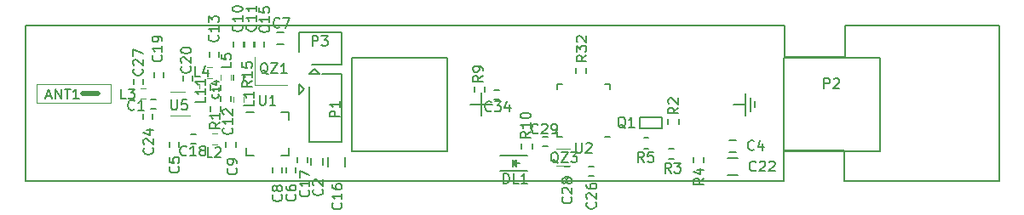
<source format=gbr>
G04 #@! TF.FileFunction,Legend,Top*
%FSLAX46Y46*%
G04 Gerber Fmt 4.6, Leading zero omitted, Abs format (unit mm)*
G04 Created by KiCad (PCBNEW 4.0.2+dfsg1-stable) date ven 28 dic 2018 11:34:51 CET*
%MOMM*%
G01*
G04 APERTURE LIST*
%ADD10C,0.100000*%
%ADD11C,0.200000*%
%ADD12C,0.150000*%
%ADD13C,0.120000*%
%ADD14C,0.500000*%
G04 APERTURE END LIST*
D10*
D11*
X173690280Y-115443000D02*
X98295460Y-115443000D01*
X195072000Y-115443000D02*
X179682660Y-115443000D01*
X179682660Y-112410240D02*
X179682660Y-115443000D01*
X173692820Y-112410240D02*
X179682660Y-112410240D01*
X173692820Y-112410240D02*
X173692820Y-115437920D01*
X173776640Y-99949000D02*
X98298000Y-99949000D01*
X195072000Y-99949000D02*
X179778660Y-99949000D01*
X179778660Y-99949000D02*
X179778660Y-103047800D01*
X173776640Y-103047800D02*
X179778660Y-103047800D01*
X173776640Y-99949000D02*
X173776640Y-103047800D01*
X98298000Y-115443000D02*
X98298000Y-99949000D01*
X195072000Y-99949000D02*
X195072000Y-115443000D01*
D12*
X125500000Y-102511240D02*
X125500000Y-100581240D01*
X125500000Y-100581240D02*
X129750000Y-100581240D01*
X129750000Y-100581240D02*
X129750000Y-103781240D01*
X129750000Y-103781240D02*
X126770000Y-103781240D01*
X127000000Y-104281240D02*
X127500000Y-104781240D01*
X127500000Y-104781240D02*
X126500000Y-104781240D01*
X126500000Y-104781240D02*
X127000000Y-104281240D01*
X111254580Y-107256560D02*
X110754580Y-107256560D01*
X110754580Y-108206560D02*
X111254580Y-108206560D01*
X113537500Y-112025240D02*
X113537500Y-111525240D01*
X112587500Y-111525240D02*
X112587500Y-112025240D01*
X125134640Y-114534360D02*
X125134640Y-114034360D01*
X124184640Y-114034360D02*
X124184640Y-114534360D01*
X123950440Y-101803760D02*
X123250440Y-101803760D01*
X123250440Y-100603760D02*
X123950440Y-100603760D01*
X123813640Y-114534360D02*
X123813640Y-114034360D01*
X122863640Y-114034360D02*
X122863640Y-114534360D01*
X119183400Y-112025240D02*
X119183400Y-111525240D01*
X118233400Y-111525240D02*
X118233400Y-112025240D01*
X119000680Y-101530340D02*
X119000680Y-102030340D01*
X119950680Y-102030340D02*
X119950680Y-101530340D01*
X120092680Y-101530340D02*
X120092680Y-102030340D01*
X121042680Y-102030340D02*
X121042680Y-101530340D01*
X118685560Y-107465940D02*
X118685560Y-106965940D01*
X117735560Y-106965940D02*
X117735560Y-107465940D01*
X116567160Y-102544980D02*
X116567160Y-103044980D01*
X117517160Y-103044980D02*
X117517160Y-102544980D01*
X117667020Y-106330560D02*
X117667020Y-105830560D01*
X116717020Y-105830560D02*
X116717020Y-106330560D01*
X121083680Y-101530340D02*
X121083680Y-102030340D01*
X122033680Y-102030340D02*
X122033680Y-101530340D01*
X130064880Y-114007520D02*
X130064880Y-113007520D01*
X128364880Y-113007520D02*
X128364880Y-114007520D01*
X126296440Y-113521300D02*
X126296440Y-113021300D01*
X125346440Y-113021300D02*
X125346440Y-113521300D01*
X115203100Y-110746520D02*
X114703100Y-110746520D01*
X114703100Y-111696520D02*
X115203100Y-111696520D01*
X111107200Y-104547860D02*
X111107200Y-105047860D01*
X112057200Y-105047860D02*
X112057200Y-104547860D01*
X114881680Y-105440200D02*
X114881680Y-104940200D01*
X113931680Y-104940200D02*
X113931680Y-105440200D01*
X169078000Y-113145000D02*
X168078000Y-113145000D01*
X168078000Y-114845000D02*
X169078000Y-114845000D01*
X110928400Y-109213460D02*
X110928400Y-108713460D01*
X109978400Y-108713460D02*
X109978400Y-109213460D01*
X154306220Y-114927600D02*
X154806220Y-114927600D01*
X154806220Y-113977600D02*
X154306220Y-113977600D01*
X109062500Y-105250080D02*
X109062500Y-105750080D01*
X110012500Y-105750080D02*
X110012500Y-105250080D01*
X151867220Y-114952600D02*
X152367220Y-114952600D01*
X152367220Y-114002600D02*
X151867220Y-114002600D01*
X150184000Y-110980000D02*
X149684000Y-110980000D01*
X149684000Y-111930000D02*
X150184000Y-111930000D01*
X145415260Y-106329860D02*
X144915260Y-106329860D01*
X144915260Y-107279860D02*
X145415260Y-107279860D01*
X145464000Y-114364000D02*
X148164000Y-114364000D01*
X145464000Y-112864000D02*
X148164000Y-112864000D01*
X146964000Y-113764000D02*
X146964000Y-113514000D01*
X146964000Y-113514000D02*
X146814000Y-113664000D01*
X146714000Y-113264000D02*
X146714000Y-113964000D01*
X147064000Y-113614000D02*
X147414000Y-113614000D01*
X146714000Y-113614000D02*
X147064000Y-113264000D01*
X147064000Y-113264000D02*
X147064000Y-113964000D01*
X147064000Y-113964000D02*
X146714000Y-113614000D01*
D13*
X116632360Y-106224300D02*
X116632360Y-105724300D01*
X115572360Y-105724300D02*
X115572360Y-106224300D01*
D12*
X161521320Y-110196720D02*
X161521320Y-109096720D01*
X161521320Y-109096720D02*
X159321320Y-109096720D01*
X159321320Y-109096720D02*
X159321320Y-110196720D01*
X159321320Y-110196720D02*
X161471320Y-110196720D01*
X161471320Y-110196720D02*
X161521320Y-110196720D01*
D13*
X121044900Y-103018360D02*
X121044900Y-105818360D01*
X121044900Y-105818360D02*
X124344900Y-105818360D01*
X151088000Y-113930000D02*
X152438000Y-113930000D01*
X151088000Y-112180000D02*
X152438000Y-112180000D01*
D12*
X117717020Y-108454420D02*
X117717020Y-107954420D01*
X116667020Y-107954420D02*
X116667020Y-108454420D01*
X163236000Y-109706000D02*
X163236000Y-109206000D01*
X162186000Y-109206000D02*
X162186000Y-109706000D01*
X162757000Y-112175000D02*
X162257000Y-112175000D01*
X162257000Y-113225000D02*
X162757000Y-113225000D01*
X164675000Y-113027000D02*
X164675000Y-113527000D01*
X165725000Y-113527000D02*
X165725000Y-113027000D01*
X143954260Y-106520860D02*
X143954260Y-106020860D01*
X142904260Y-106020860D02*
X142904260Y-106520860D01*
X148656000Y-112162000D02*
X148656000Y-111662000D01*
X147606000Y-111662000D02*
X147606000Y-112162000D01*
X120018260Y-105342500D02*
X120018260Y-104842500D01*
X118968260Y-104842500D02*
X118968260Y-105342500D01*
X152991000Y-104177000D02*
X152991000Y-104677000D01*
X154041000Y-104677000D02*
X154041000Y-104177000D01*
X142470300Y-107774500D02*
X144730900Y-107774500D01*
X140199000Y-103137000D02*
X140199000Y-112437000D01*
X130699000Y-103137000D02*
X130699000Y-112437000D01*
X130699000Y-103137000D02*
X140199000Y-103137000D01*
X130699000Y-112437000D02*
X140198800Y-112437740D01*
X173699000Y-103121760D02*
X183199000Y-103121760D01*
X183199000Y-103121760D02*
X183199000Y-112421760D01*
X173699000Y-103121760D02*
X173699000Y-112421760D01*
X173699000Y-112421760D02*
X183198800Y-112422500D01*
X143600800Y-106644000D02*
X143600800Y-108904600D01*
X168655600Y-107787000D02*
X169824000Y-107787000D01*
X170324000Y-107087000D02*
X170324000Y-108487000D01*
X169824000Y-106656500D02*
X169824000Y-108917500D01*
X170824000Y-107487000D02*
X170824000Y-108087000D01*
X127788020Y-104778360D02*
X129718020Y-104778360D01*
X129718020Y-104778360D02*
X129718020Y-111528360D01*
X129718020Y-111528360D02*
X126518020Y-111528360D01*
X126518020Y-111528360D02*
X126518020Y-106048360D01*
X126018020Y-106278360D02*
X125518020Y-106778360D01*
X125518020Y-106778360D02*
X125518020Y-105778360D01*
X125518020Y-105778360D02*
X126018020Y-106278360D01*
X159742060Y-112178320D02*
X160242060Y-112178320D01*
X160242060Y-111128320D02*
X159742060Y-111128320D01*
D14*
X105466760Y-106711560D02*
X103993560Y-106711560D01*
D10*
X106736760Y-105797160D02*
X106736760Y-107625960D01*
X99421560Y-105797160D02*
X106736760Y-105797160D01*
X99421560Y-107625960D02*
X99421560Y-105797160D01*
X106736760Y-107625960D02*
X99421560Y-107625960D01*
D13*
X117348460Y-110694060D02*
X116848460Y-110694060D01*
X116848460Y-111754060D02*
X117348460Y-111754060D01*
X112728780Y-108881400D02*
X114628780Y-108881400D01*
X114128780Y-106561400D02*
X112728780Y-106561400D01*
X116827760Y-104110380D02*
X116327760Y-104110380D01*
X116327760Y-105170380D02*
X116827760Y-105170380D01*
X118738020Y-105332760D02*
X118738020Y-104832760D01*
X117678020Y-104832760D02*
X117678020Y-105332760D01*
X118958180Y-107065000D02*
X118958180Y-107565000D01*
X120018180Y-107565000D02*
X120018180Y-107065000D01*
X110244700Y-106175400D02*
X109744700Y-106175400D01*
X109744700Y-107235400D02*
X110244700Y-107235400D01*
D12*
X168228000Y-111363000D02*
X168928000Y-111363000D01*
X168928000Y-112563000D02*
X168228000Y-112563000D01*
X127851460Y-113149900D02*
X127851460Y-113849900D01*
X126651460Y-113849900D02*
X126651460Y-113149900D01*
X124496880Y-108571300D02*
X124496880Y-109346300D01*
X120196880Y-112871300D02*
X120196880Y-112096300D01*
X124496880Y-112871300D02*
X124496880Y-112096300D01*
X120196880Y-108571300D02*
X120971880Y-108571300D01*
X120196880Y-112871300D02*
X120971880Y-112871300D01*
X124496880Y-112871300D02*
X123721880Y-112871300D01*
X124496880Y-108571300D02*
X123721880Y-108571300D01*
X151145000Y-111032000D02*
X151145000Y-110507000D01*
X156395000Y-105782000D02*
X156395000Y-106307000D01*
X151145000Y-105782000D02*
X151145000Y-106307000D01*
X156395000Y-111032000D02*
X155870000Y-111032000D01*
X156395000Y-105782000D02*
X155870000Y-105782000D01*
X151145000Y-105782000D02*
X151670000Y-105782000D01*
X151145000Y-111032000D02*
X151670000Y-111032000D01*
X126805465Y-101948241D02*
X126805465Y-100948241D01*
X127186418Y-100948241D01*
X127281656Y-100995860D01*
X127329275Y-101043479D01*
X127376894Y-101138717D01*
X127376894Y-101281574D01*
X127329275Y-101376812D01*
X127281656Y-101424431D01*
X127186418Y-101472050D01*
X126805465Y-101472050D01*
X127710227Y-100948241D02*
X128329275Y-100948241D01*
X127995941Y-101329193D01*
X128138799Y-101329193D01*
X128234037Y-101376812D01*
X128281656Y-101424431D01*
X128329275Y-101519670D01*
X128329275Y-101757765D01*
X128281656Y-101853003D01*
X128234037Y-101900622D01*
X128138799Y-101948241D01*
X127853084Y-101948241D01*
X127757846Y-101900622D01*
X127710227Y-101853003D01*
X109116834Y-108258883D02*
X109069215Y-108306502D01*
X108926358Y-108354121D01*
X108831120Y-108354121D01*
X108688262Y-108306502D01*
X108593024Y-108211264D01*
X108545405Y-108116026D01*
X108497786Y-107925550D01*
X108497786Y-107782692D01*
X108545405Y-107592216D01*
X108593024Y-107496978D01*
X108688262Y-107401740D01*
X108831120Y-107354121D01*
X108926358Y-107354121D01*
X109069215Y-107401740D01*
X109116834Y-107449359D01*
X110069215Y-108354121D02*
X109497786Y-108354121D01*
X109783500Y-108354121D02*
X109783500Y-107354121D01*
X109688262Y-107496978D01*
X109593024Y-107592216D01*
X109497786Y-107639835D01*
X113483663Y-113994226D02*
X113531282Y-114041845D01*
X113578901Y-114184702D01*
X113578901Y-114279940D01*
X113531282Y-114422798D01*
X113436044Y-114518036D01*
X113340806Y-114565655D01*
X113150330Y-114613274D01*
X113007472Y-114613274D01*
X112816996Y-114565655D01*
X112721758Y-114518036D01*
X112626520Y-114422798D01*
X112578901Y-114279940D01*
X112578901Y-114184702D01*
X112626520Y-114041845D01*
X112674139Y-113994226D01*
X112578901Y-113089464D02*
X112578901Y-113565655D01*
X113055091Y-113613274D01*
X113007472Y-113565655D01*
X112959853Y-113470417D01*
X112959853Y-113232321D01*
X113007472Y-113137083D01*
X113055091Y-113089464D01*
X113150330Y-113041845D01*
X113388425Y-113041845D01*
X113483663Y-113089464D01*
X113531282Y-113137083D01*
X113578901Y-113232321D01*
X113578901Y-113470417D01*
X113531282Y-113565655D01*
X113483663Y-113613274D01*
X125096543Y-116762826D02*
X125144162Y-116810445D01*
X125191781Y-116953302D01*
X125191781Y-117048540D01*
X125144162Y-117191398D01*
X125048924Y-117286636D01*
X124953686Y-117334255D01*
X124763210Y-117381874D01*
X124620352Y-117381874D01*
X124429876Y-117334255D01*
X124334638Y-117286636D01*
X124239400Y-117191398D01*
X124191781Y-117048540D01*
X124191781Y-116953302D01*
X124239400Y-116810445D01*
X124287019Y-116762826D01*
X124191781Y-115905683D02*
X124191781Y-116096160D01*
X124239400Y-116191398D01*
X124287019Y-116239017D01*
X124429876Y-116334255D01*
X124620352Y-116381874D01*
X125001305Y-116381874D01*
X125096543Y-116334255D01*
X125144162Y-116286636D01*
X125191781Y-116191398D01*
X125191781Y-116000921D01*
X125144162Y-115905683D01*
X125096543Y-115858064D01*
X125001305Y-115810445D01*
X124763210Y-115810445D01*
X124667971Y-115858064D01*
X124620352Y-115905683D01*
X124572733Y-116000921D01*
X124572733Y-116191398D01*
X124620352Y-116286636D01*
X124667971Y-116334255D01*
X124763210Y-116381874D01*
X123571974Y-100052143D02*
X123524355Y-100099762D01*
X123381498Y-100147381D01*
X123286260Y-100147381D01*
X123143402Y-100099762D01*
X123048164Y-100004524D01*
X123000545Y-99909286D01*
X122952926Y-99718810D01*
X122952926Y-99575952D01*
X123000545Y-99385476D01*
X123048164Y-99290238D01*
X123143402Y-99195000D01*
X123286260Y-99147381D01*
X123381498Y-99147381D01*
X123524355Y-99195000D01*
X123571974Y-99242619D01*
X123905307Y-99147381D02*
X124571974Y-99147381D01*
X124143402Y-100147381D01*
X123735103Y-116803466D02*
X123782722Y-116851085D01*
X123830341Y-116993942D01*
X123830341Y-117089180D01*
X123782722Y-117232038D01*
X123687484Y-117327276D01*
X123592246Y-117374895D01*
X123401770Y-117422514D01*
X123258912Y-117422514D01*
X123068436Y-117374895D01*
X122973198Y-117327276D01*
X122877960Y-117232038D01*
X122830341Y-117089180D01*
X122830341Y-116993942D01*
X122877960Y-116851085D01*
X122925579Y-116803466D01*
X123258912Y-116232038D02*
X123211293Y-116327276D01*
X123163674Y-116374895D01*
X123068436Y-116422514D01*
X123020817Y-116422514D01*
X122925579Y-116374895D01*
X122877960Y-116327276D01*
X122830341Y-116232038D01*
X122830341Y-116041561D01*
X122877960Y-115946323D01*
X122925579Y-115898704D01*
X123020817Y-115851085D01*
X123068436Y-115851085D01*
X123163674Y-115898704D01*
X123211293Y-115946323D01*
X123258912Y-116041561D01*
X123258912Y-116232038D01*
X123306531Y-116327276D01*
X123354150Y-116374895D01*
X123449389Y-116422514D01*
X123639865Y-116422514D01*
X123735103Y-116374895D01*
X123782722Y-116327276D01*
X123830341Y-116232038D01*
X123830341Y-116041561D01*
X123782722Y-115946323D01*
X123735103Y-115898704D01*
X123639865Y-115851085D01*
X123449389Y-115851085D01*
X123354150Y-115898704D01*
X123306531Y-115946323D01*
X123258912Y-116041561D01*
X119249463Y-114154246D02*
X119297082Y-114201865D01*
X119344701Y-114344722D01*
X119344701Y-114439960D01*
X119297082Y-114582818D01*
X119201844Y-114678056D01*
X119106606Y-114725675D01*
X118916130Y-114773294D01*
X118773272Y-114773294D01*
X118582796Y-114725675D01*
X118487558Y-114678056D01*
X118392320Y-114582818D01*
X118344701Y-114439960D01*
X118344701Y-114344722D01*
X118392320Y-114201865D01*
X118439939Y-114154246D01*
X119344701Y-113678056D02*
X119344701Y-113487580D01*
X119297082Y-113392341D01*
X119249463Y-113344722D01*
X119106606Y-113249484D01*
X118916130Y-113201865D01*
X118535177Y-113201865D01*
X118439939Y-113249484D01*
X118392320Y-113297103D01*
X118344701Y-113392341D01*
X118344701Y-113582818D01*
X118392320Y-113678056D01*
X118439939Y-113725675D01*
X118535177Y-113773294D01*
X118773272Y-113773294D01*
X118868510Y-113725675D01*
X118916130Y-113678056D01*
X118963749Y-113582818D01*
X118963749Y-113392341D01*
X118916130Y-113297103D01*
X118868510Y-113249484D01*
X118773272Y-113201865D01*
X119770163Y-99895897D02*
X119817782Y-99943516D01*
X119865401Y-100086373D01*
X119865401Y-100181611D01*
X119817782Y-100324469D01*
X119722544Y-100419707D01*
X119627306Y-100467326D01*
X119436830Y-100514945D01*
X119293972Y-100514945D01*
X119103496Y-100467326D01*
X119008258Y-100419707D01*
X118913020Y-100324469D01*
X118865401Y-100181611D01*
X118865401Y-100086373D01*
X118913020Y-99943516D01*
X118960639Y-99895897D01*
X119865401Y-98943516D02*
X119865401Y-99514945D01*
X119865401Y-99229231D02*
X118865401Y-99229231D01*
X119008258Y-99324469D01*
X119103496Y-99419707D01*
X119151115Y-99514945D01*
X118865401Y-98324469D02*
X118865401Y-98229230D01*
X118913020Y-98133992D01*
X118960639Y-98086373D01*
X119055877Y-98038754D01*
X119246353Y-97991135D01*
X119484449Y-97991135D01*
X119674925Y-98038754D01*
X119770163Y-98086373D01*
X119817782Y-98133992D01*
X119865401Y-98229230D01*
X119865401Y-98324469D01*
X119817782Y-98419707D01*
X119770163Y-98467326D01*
X119674925Y-98514945D01*
X119484449Y-98562564D01*
X119246353Y-98562564D01*
X119055877Y-98514945D01*
X118960639Y-98467326D01*
X118913020Y-98419707D01*
X118865401Y-98324469D01*
X121131603Y-99857797D02*
X121179222Y-99905416D01*
X121226841Y-100048273D01*
X121226841Y-100143511D01*
X121179222Y-100286369D01*
X121083984Y-100381607D01*
X120988746Y-100429226D01*
X120798270Y-100476845D01*
X120655412Y-100476845D01*
X120464936Y-100429226D01*
X120369698Y-100381607D01*
X120274460Y-100286369D01*
X120226841Y-100143511D01*
X120226841Y-100048273D01*
X120274460Y-99905416D01*
X120322079Y-99857797D01*
X121226841Y-98905416D02*
X121226841Y-99476845D01*
X121226841Y-99191131D02*
X120226841Y-99191131D01*
X120369698Y-99286369D01*
X120464936Y-99381607D01*
X120512555Y-99476845D01*
X121226841Y-97953035D02*
X121226841Y-98524464D01*
X121226841Y-98238750D02*
X120226841Y-98238750D01*
X120369698Y-98333988D01*
X120464936Y-98429226D01*
X120512555Y-98524464D01*
X118810043Y-110147337D02*
X118857662Y-110194956D01*
X118905281Y-110337813D01*
X118905281Y-110433051D01*
X118857662Y-110575909D01*
X118762424Y-110671147D01*
X118667186Y-110718766D01*
X118476710Y-110766385D01*
X118333852Y-110766385D01*
X118143376Y-110718766D01*
X118048138Y-110671147D01*
X117952900Y-110575909D01*
X117905281Y-110433051D01*
X117905281Y-110337813D01*
X117952900Y-110194956D01*
X118000519Y-110147337D01*
X118905281Y-109194956D02*
X118905281Y-109766385D01*
X118905281Y-109480671D02*
X117905281Y-109480671D01*
X118048138Y-109575909D01*
X118143376Y-109671147D01*
X118190995Y-109766385D01*
X118000519Y-108814004D02*
X117952900Y-108766385D01*
X117905281Y-108671147D01*
X117905281Y-108433051D01*
X117952900Y-108337813D01*
X118000519Y-108290194D01*
X118095757Y-108242575D01*
X118190995Y-108242575D01*
X118333852Y-108290194D01*
X118905281Y-108861623D01*
X118905281Y-108242575D01*
X117407963Y-100896657D02*
X117455582Y-100944276D01*
X117503201Y-101087133D01*
X117503201Y-101182371D01*
X117455582Y-101325229D01*
X117360344Y-101420467D01*
X117265106Y-101468086D01*
X117074630Y-101515705D01*
X116931772Y-101515705D01*
X116741296Y-101468086D01*
X116646058Y-101420467D01*
X116550820Y-101325229D01*
X116503201Y-101182371D01*
X116503201Y-101087133D01*
X116550820Y-100944276D01*
X116598439Y-100896657D01*
X117503201Y-99944276D02*
X117503201Y-100515705D01*
X117503201Y-100229991D02*
X116503201Y-100229991D01*
X116646058Y-100325229D01*
X116741296Y-100420467D01*
X116788915Y-100515705D01*
X116503201Y-99610943D02*
X116503201Y-98991895D01*
X116884153Y-99325229D01*
X116884153Y-99182371D01*
X116931772Y-99087133D01*
X116979391Y-99039514D01*
X117074630Y-98991895D01*
X117312725Y-98991895D01*
X117407963Y-99039514D01*
X117455582Y-99087133D01*
X117503201Y-99182371D01*
X117503201Y-99468086D01*
X117455582Y-99563324D01*
X117407963Y-99610943D01*
X117450680Y-106751540D02*
X117484013Y-106784874D01*
X117517347Y-106884874D01*
X117517347Y-106951540D01*
X117484013Y-107051540D01*
X117417347Y-107118207D01*
X117350680Y-107151540D01*
X117217347Y-107184874D01*
X117117347Y-107184874D01*
X116984013Y-107151540D01*
X116917347Y-107118207D01*
X116850680Y-107051540D01*
X116817347Y-106951540D01*
X116817347Y-106884874D01*
X116850680Y-106784874D01*
X116884013Y-106751540D01*
X117517347Y-106084874D02*
X117517347Y-106484874D01*
X117517347Y-106284874D02*
X116817347Y-106284874D01*
X116917347Y-106351540D01*
X116984013Y-106418207D01*
X117017347Y-106484874D01*
X117050680Y-105484873D02*
X117517347Y-105484873D01*
X116784013Y-105651540D02*
X117284013Y-105818207D01*
X117284013Y-105384873D01*
X122454943Y-99977177D02*
X122502562Y-100024796D01*
X122550181Y-100167653D01*
X122550181Y-100262891D01*
X122502562Y-100405749D01*
X122407324Y-100500987D01*
X122312086Y-100548606D01*
X122121610Y-100596225D01*
X121978752Y-100596225D01*
X121788276Y-100548606D01*
X121693038Y-100500987D01*
X121597800Y-100405749D01*
X121550181Y-100262891D01*
X121550181Y-100167653D01*
X121597800Y-100024796D01*
X121645419Y-99977177D01*
X122550181Y-99024796D02*
X122550181Y-99596225D01*
X122550181Y-99310511D02*
X121550181Y-99310511D01*
X121693038Y-99405749D01*
X121788276Y-99500987D01*
X121835895Y-99596225D01*
X121550181Y-98120034D02*
X121550181Y-98596225D01*
X122026371Y-98643844D01*
X121978752Y-98596225D01*
X121931133Y-98500987D01*
X121931133Y-98262891D01*
X121978752Y-98167653D01*
X122026371Y-98120034D01*
X122121610Y-98072415D01*
X122359705Y-98072415D01*
X122454943Y-98120034D01*
X122502562Y-98167653D01*
X122550181Y-98262891D01*
X122550181Y-98500987D01*
X122502562Y-98596225D01*
X122454943Y-98643844D01*
X129660923Y-117599697D02*
X129708542Y-117647316D01*
X129756161Y-117790173D01*
X129756161Y-117885411D01*
X129708542Y-118028269D01*
X129613304Y-118123507D01*
X129518066Y-118171126D01*
X129327590Y-118218745D01*
X129184732Y-118218745D01*
X128994256Y-118171126D01*
X128899018Y-118123507D01*
X128803780Y-118028269D01*
X128756161Y-117885411D01*
X128756161Y-117790173D01*
X128803780Y-117647316D01*
X128851399Y-117599697D01*
X129756161Y-116647316D02*
X129756161Y-117218745D01*
X129756161Y-116933031D02*
X128756161Y-116933031D01*
X128899018Y-117028269D01*
X128994256Y-117123507D01*
X129041875Y-117218745D01*
X128756161Y-115790173D02*
X128756161Y-115980650D01*
X128803780Y-116075888D01*
X128851399Y-116123507D01*
X128994256Y-116218745D01*
X129184732Y-116266364D01*
X129565685Y-116266364D01*
X129660923Y-116218745D01*
X129708542Y-116171126D01*
X129756161Y-116075888D01*
X129756161Y-115885411D01*
X129708542Y-115790173D01*
X129660923Y-115742554D01*
X129565685Y-115694935D01*
X129327590Y-115694935D01*
X129232351Y-115742554D01*
X129184732Y-115790173D01*
X129137113Y-115885411D01*
X129137113Y-116075888D01*
X129184732Y-116171126D01*
X129232351Y-116218745D01*
X129327590Y-116266364D01*
X126450363Y-116344937D02*
X126497982Y-116392556D01*
X126545601Y-116535413D01*
X126545601Y-116630651D01*
X126497982Y-116773509D01*
X126402744Y-116868747D01*
X126307506Y-116916366D01*
X126117030Y-116963985D01*
X125974172Y-116963985D01*
X125783696Y-116916366D01*
X125688458Y-116868747D01*
X125593220Y-116773509D01*
X125545601Y-116630651D01*
X125545601Y-116535413D01*
X125593220Y-116392556D01*
X125640839Y-116344937D01*
X126545601Y-115392556D02*
X126545601Y-115963985D01*
X126545601Y-115678271D02*
X125545601Y-115678271D01*
X125688458Y-115773509D01*
X125783696Y-115868747D01*
X125831315Y-115963985D01*
X125545601Y-115059223D02*
X125545601Y-114392556D01*
X126545601Y-114821128D01*
X114287063Y-112823263D02*
X114239444Y-112870882D01*
X114096587Y-112918501D01*
X114001349Y-112918501D01*
X113858491Y-112870882D01*
X113763253Y-112775644D01*
X113715634Y-112680406D01*
X113668015Y-112489930D01*
X113668015Y-112347072D01*
X113715634Y-112156596D01*
X113763253Y-112061358D01*
X113858491Y-111966120D01*
X114001349Y-111918501D01*
X114096587Y-111918501D01*
X114239444Y-111966120D01*
X114287063Y-112013739D01*
X115239444Y-112918501D02*
X114668015Y-112918501D01*
X114953729Y-112918501D02*
X114953729Y-111918501D01*
X114858491Y-112061358D01*
X114763253Y-112156596D01*
X114668015Y-112204215D01*
X115810872Y-112347072D02*
X115715634Y-112299453D01*
X115668015Y-112251834D01*
X115620396Y-112156596D01*
X115620396Y-112108977D01*
X115668015Y-112013739D01*
X115715634Y-111966120D01*
X115810872Y-111918501D01*
X116001349Y-111918501D01*
X116096587Y-111966120D01*
X116144206Y-112013739D01*
X116191825Y-112108977D01*
X116191825Y-112156596D01*
X116144206Y-112251834D01*
X116096587Y-112299453D01*
X116001349Y-112347072D01*
X115810872Y-112347072D01*
X115715634Y-112394691D01*
X115668015Y-112442310D01*
X115620396Y-112537549D01*
X115620396Y-112728025D01*
X115668015Y-112823263D01*
X115715634Y-112870882D01*
X115810872Y-112918501D01*
X116001349Y-112918501D01*
X116096587Y-112870882D01*
X116144206Y-112823263D01*
X116191825Y-112728025D01*
X116191825Y-112537549D01*
X116144206Y-112442310D01*
X116096587Y-112394691D01*
X116001349Y-112347072D01*
X111802183Y-102898177D02*
X111849802Y-102945796D01*
X111897421Y-103088653D01*
X111897421Y-103183891D01*
X111849802Y-103326749D01*
X111754564Y-103421987D01*
X111659326Y-103469606D01*
X111468850Y-103517225D01*
X111325992Y-103517225D01*
X111135516Y-103469606D01*
X111040278Y-103421987D01*
X110945040Y-103326749D01*
X110897421Y-103183891D01*
X110897421Y-103088653D01*
X110945040Y-102945796D01*
X110992659Y-102898177D01*
X111897421Y-101945796D02*
X111897421Y-102517225D01*
X111897421Y-102231511D02*
X110897421Y-102231511D01*
X111040278Y-102326749D01*
X111135516Y-102421987D01*
X111183135Y-102517225D01*
X111897421Y-101469606D02*
X111897421Y-101279130D01*
X111849802Y-101183891D01*
X111802183Y-101136272D01*
X111659326Y-101041034D01*
X111468850Y-100993415D01*
X111087897Y-100993415D01*
X110992659Y-101041034D01*
X110945040Y-101088653D01*
X110897421Y-101183891D01*
X110897421Y-101374368D01*
X110945040Y-101469606D01*
X110992659Y-101517225D01*
X111087897Y-101564844D01*
X111325992Y-101564844D01*
X111421230Y-101517225D01*
X111468850Y-101469606D01*
X111516469Y-101374368D01*
X111516469Y-101183891D01*
X111468850Y-101088653D01*
X111421230Y-101041034D01*
X111325992Y-100993415D01*
X114646983Y-104020857D02*
X114694602Y-104068476D01*
X114742221Y-104211333D01*
X114742221Y-104306571D01*
X114694602Y-104449429D01*
X114599364Y-104544667D01*
X114504126Y-104592286D01*
X114313650Y-104639905D01*
X114170792Y-104639905D01*
X113980316Y-104592286D01*
X113885078Y-104544667D01*
X113789840Y-104449429D01*
X113742221Y-104306571D01*
X113742221Y-104211333D01*
X113789840Y-104068476D01*
X113837459Y-104020857D01*
X113837459Y-103639905D02*
X113789840Y-103592286D01*
X113742221Y-103497048D01*
X113742221Y-103258952D01*
X113789840Y-103163714D01*
X113837459Y-103116095D01*
X113932697Y-103068476D01*
X114027935Y-103068476D01*
X114170792Y-103116095D01*
X114742221Y-103687524D01*
X114742221Y-103068476D01*
X113742221Y-102449429D02*
X113742221Y-102354190D01*
X113789840Y-102258952D01*
X113837459Y-102211333D01*
X113932697Y-102163714D01*
X114123173Y-102116095D01*
X114361269Y-102116095D01*
X114551745Y-102163714D01*
X114646983Y-102211333D01*
X114694602Y-102258952D01*
X114742221Y-102354190D01*
X114742221Y-102449429D01*
X114694602Y-102544667D01*
X114646983Y-102592286D01*
X114551745Y-102639905D01*
X114361269Y-102687524D01*
X114123173Y-102687524D01*
X113932697Y-102639905D01*
X113837459Y-102592286D01*
X113789840Y-102544667D01*
X113742221Y-102449429D01*
X170875723Y-114337103D02*
X170828104Y-114384722D01*
X170685247Y-114432341D01*
X170590009Y-114432341D01*
X170447151Y-114384722D01*
X170351913Y-114289484D01*
X170304294Y-114194246D01*
X170256675Y-114003770D01*
X170256675Y-113860912D01*
X170304294Y-113670436D01*
X170351913Y-113575198D01*
X170447151Y-113479960D01*
X170590009Y-113432341D01*
X170685247Y-113432341D01*
X170828104Y-113479960D01*
X170875723Y-113527579D01*
X171256675Y-113527579D02*
X171304294Y-113479960D01*
X171399532Y-113432341D01*
X171637628Y-113432341D01*
X171732866Y-113479960D01*
X171780485Y-113527579D01*
X171828104Y-113622817D01*
X171828104Y-113718055D01*
X171780485Y-113860912D01*
X171209056Y-114432341D01*
X171828104Y-114432341D01*
X172209056Y-113527579D02*
X172256675Y-113479960D01*
X172351913Y-113432341D01*
X172590009Y-113432341D01*
X172685247Y-113479960D01*
X172732866Y-113527579D01*
X172780485Y-113622817D01*
X172780485Y-113718055D01*
X172732866Y-113860912D01*
X172161437Y-114432341D01*
X172780485Y-114432341D01*
X110920803Y-112148857D02*
X110968422Y-112196476D01*
X111016041Y-112339333D01*
X111016041Y-112434571D01*
X110968422Y-112577429D01*
X110873184Y-112672667D01*
X110777946Y-112720286D01*
X110587470Y-112767905D01*
X110444612Y-112767905D01*
X110254136Y-112720286D01*
X110158898Y-112672667D01*
X110063660Y-112577429D01*
X110016041Y-112434571D01*
X110016041Y-112339333D01*
X110063660Y-112196476D01*
X110111279Y-112148857D01*
X110111279Y-111767905D02*
X110063660Y-111720286D01*
X110016041Y-111625048D01*
X110016041Y-111386952D01*
X110063660Y-111291714D01*
X110111279Y-111244095D01*
X110206517Y-111196476D01*
X110301755Y-111196476D01*
X110444612Y-111244095D01*
X111016041Y-111815524D01*
X111016041Y-111196476D01*
X110349374Y-110339333D02*
X111016041Y-110339333D01*
X109968422Y-110577429D02*
X110682708Y-110815524D01*
X110682708Y-110196476D01*
X154954243Y-117553977D02*
X155001862Y-117601596D01*
X155049481Y-117744453D01*
X155049481Y-117839691D01*
X155001862Y-117982549D01*
X154906624Y-118077787D01*
X154811386Y-118125406D01*
X154620910Y-118173025D01*
X154478052Y-118173025D01*
X154287576Y-118125406D01*
X154192338Y-118077787D01*
X154097100Y-117982549D01*
X154049481Y-117839691D01*
X154049481Y-117744453D01*
X154097100Y-117601596D01*
X154144719Y-117553977D01*
X154144719Y-117173025D02*
X154097100Y-117125406D01*
X154049481Y-117030168D01*
X154049481Y-116792072D01*
X154097100Y-116696834D01*
X154144719Y-116649215D01*
X154239957Y-116601596D01*
X154335195Y-116601596D01*
X154478052Y-116649215D01*
X155049481Y-117220644D01*
X155049481Y-116601596D01*
X154049481Y-115744453D02*
X154049481Y-115934930D01*
X154097100Y-116030168D01*
X154144719Y-116077787D01*
X154287576Y-116173025D01*
X154478052Y-116220644D01*
X154859005Y-116220644D01*
X154954243Y-116173025D01*
X155001862Y-116125406D01*
X155049481Y-116030168D01*
X155049481Y-115839691D01*
X155001862Y-115744453D01*
X154954243Y-115696834D01*
X154859005Y-115649215D01*
X154620910Y-115649215D01*
X154525671Y-115696834D01*
X154478052Y-115744453D01*
X154430433Y-115839691D01*
X154430433Y-116030168D01*
X154478052Y-116125406D01*
X154525671Y-116173025D01*
X154620910Y-116220644D01*
X109881943Y-104259617D02*
X109929562Y-104307236D01*
X109977181Y-104450093D01*
X109977181Y-104545331D01*
X109929562Y-104688189D01*
X109834324Y-104783427D01*
X109739086Y-104831046D01*
X109548610Y-104878665D01*
X109405752Y-104878665D01*
X109215276Y-104831046D01*
X109120038Y-104783427D01*
X109024800Y-104688189D01*
X108977181Y-104545331D01*
X108977181Y-104450093D01*
X109024800Y-104307236D01*
X109072419Y-104259617D01*
X109072419Y-103878665D02*
X109024800Y-103831046D01*
X108977181Y-103735808D01*
X108977181Y-103497712D01*
X109024800Y-103402474D01*
X109072419Y-103354855D01*
X109167657Y-103307236D01*
X109262895Y-103307236D01*
X109405752Y-103354855D01*
X109977181Y-103926284D01*
X109977181Y-103307236D01*
X108977181Y-102973903D02*
X108977181Y-102307236D01*
X109977181Y-102735808D01*
X152523463Y-117007877D02*
X152571082Y-117055496D01*
X152618701Y-117198353D01*
X152618701Y-117293591D01*
X152571082Y-117436449D01*
X152475844Y-117531687D01*
X152380606Y-117579306D01*
X152190130Y-117626925D01*
X152047272Y-117626925D01*
X151856796Y-117579306D01*
X151761558Y-117531687D01*
X151666320Y-117436449D01*
X151618701Y-117293591D01*
X151618701Y-117198353D01*
X151666320Y-117055496D01*
X151713939Y-117007877D01*
X151713939Y-116626925D02*
X151666320Y-116579306D01*
X151618701Y-116484068D01*
X151618701Y-116245972D01*
X151666320Y-116150734D01*
X151713939Y-116103115D01*
X151809177Y-116055496D01*
X151904415Y-116055496D01*
X152047272Y-116103115D01*
X152618701Y-116674544D01*
X152618701Y-116055496D01*
X152047272Y-115484068D02*
X151999653Y-115579306D01*
X151952034Y-115626925D01*
X151856796Y-115674544D01*
X151809177Y-115674544D01*
X151713939Y-115626925D01*
X151666320Y-115579306D01*
X151618701Y-115484068D01*
X151618701Y-115293591D01*
X151666320Y-115198353D01*
X151713939Y-115150734D01*
X151809177Y-115103115D01*
X151856796Y-115103115D01*
X151952034Y-115150734D01*
X151999653Y-115198353D01*
X152047272Y-115293591D01*
X152047272Y-115484068D01*
X152094891Y-115579306D01*
X152142510Y-115626925D01*
X152237749Y-115674544D01*
X152428225Y-115674544D01*
X152523463Y-115626925D01*
X152571082Y-115579306D01*
X152618701Y-115484068D01*
X152618701Y-115293591D01*
X152571082Y-115198353D01*
X152523463Y-115150734D01*
X152428225Y-115103115D01*
X152237749Y-115103115D01*
X152142510Y-115150734D01*
X152094891Y-115198353D01*
X152047272Y-115293591D01*
X149229843Y-110613463D02*
X149182224Y-110661082D01*
X149039367Y-110708701D01*
X148944129Y-110708701D01*
X148801271Y-110661082D01*
X148706033Y-110565844D01*
X148658414Y-110470606D01*
X148610795Y-110280130D01*
X148610795Y-110137272D01*
X148658414Y-109946796D01*
X148706033Y-109851558D01*
X148801271Y-109756320D01*
X148944129Y-109708701D01*
X149039367Y-109708701D01*
X149182224Y-109756320D01*
X149229843Y-109803939D01*
X149610795Y-109803939D02*
X149658414Y-109756320D01*
X149753652Y-109708701D01*
X149991748Y-109708701D01*
X150086986Y-109756320D01*
X150134605Y-109803939D01*
X150182224Y-109899177D01*
X150182224Y-109994415D01*
X150134605Y-110137272D01*
X149563176Y-110708701D01*
X150182224Y-110708701D01*
X150658414Y-110708701D02*
X150848890Y-110708701D01*
X150944129Y-110661082D01*
X150991748Y-110613463D01*
X151086986Y-110470606D01*
X151134605Y-110280130D01*
X151134605Y-109899177D01*
X151086986Y-109803939D01*
X151039367Y-109756320D01*
X150944129Y-109708701D01*
X150753652Y-109708701D01*
X150658414Y-109756320D01*
X150610795Y-109803939D01*
X150563176Y-109899177D01*
X150563176Y-110137272D01*
X150610795Y-110232510D01*
X150658414Y-110280130D01*
X150753652Y-110327749D01*
X150944129Y-110327749D01*
X151039367Y-110280130D01*
X151086986Y-110232510D01*
X151134605Y-110137272D01*
X144589263Y-108388423D02*
X144541644Y-108436042D01*
X144398787Y-108483661D01*
X144303549Y-108483661D01*
X144160691Y-108436042D01*
X144065453Y-108340804D01*
X144017834Y-108245566D01*
X143970215Y-108055090D01*
X143970215Y-107912232D01*
X144017834Y-107721756D01*
X144065453Y-107626518D01*
X144160691Y-107531280D01*
X144303549Y-107483661D01*
X144398787Y-107483661D01*
X144541644Y-107531280D01*
X144589263Y-107578899D01*
X144922596Y-107483661D02*
X145541644Y-107483661D01*
X145208310Y-107864613D01*
X145351168Y-107864613D01*
X145446406Y-107912232D01*
X145494025Y-107959851D01*
X145541644Y-108055090D01*
X145541644Y-108293185D01*
X145494025Y-108388423D01*
X145446406Y-108436042D01*
X145351168Y-108483661D01*
X145065453Y-108483661D01*
X144970215Y-108436042D01*
X144922596Y-108388423D01*
X146398787Y-107816994D02*
X146398787Y-108483661D01*
X146160691Y-107436042D02*
X145922596Y-108150328D01*
X146541644Y-108150328D01*
X145824083Y-115659161D02*
X145824083Y-114659161D01*
X146062178Y-114659161D01*
X146205036Y-114706780D01*
X146300274Y-114802018D01*
X146347893Y-114897256D01*
X146395512Y-115087732D01*
X146395512Y-115230590D01*
X146347893Y-115421066D01*
X146300274Y-115516304D01*
X146205036Y-115611542D01*
X146062178Y-115659161D01*
X145824083Y-115659161D01*
X147300274Y-115659161D02*
X146824083Y-115659161D01*
X146824083Y-114659161D01*
X148157417Y-115659161D02*
X147585988Y-115659161D01*
X147871702Y-115659161D02*
X147871702Y-114659161D01*
X147776464Y-114802018D01*
X147681226Y-114897256D01*
X147585988Y-114944875D01*
X116169701Y-107071397D02*
X116169701Y-107547588D01*
X115169701Y-107547588D01*
X116169701Y-106214254D02*
X116169701Y-106785683D01*
X116169701Y-106499969D02*
X115169701Y-106499969D01*
X115312558Y-106595207D01*
X115407796Y-106690445D01*
X115455415Y-106785683D01*
X116169701Y-105261873D02*
X116169701Y-105833302D01*
X116169701Y-105547588D02*
X115169701Y-105547588D01*
X115312558Y-105642826D01*
X115407796Y-105738064D01*
X115455415Y-105833302D01*
X157926182Y-110146819D02*
X157830944Y-110099200D01*
X157735706Y-110003962D01*
X157592849Y-109861105D01*
X157497610Y-109813486D01*
X157402372Y-109813486D01*
X157449991Y-110051581D02*
X157354753Y-110003962D01*
X157259515Y-109908724D01*
X157211896Y-109718248D01*
X157211896Y-109384914D01*
X157259515Y-109194438D01*
X157354753Y-109099200D01*
X157449991Y-109051581D01*
X157640468Y-109051581D01*
X157735706Y-109099200D01*
X157830944Y-109194438D01*
X157878563Y-109384914D01*
X157878563Y-109718248D01*
X157830944Y-109908724D01*
X157735706Y-110003962D01*
X157640468Y-110051581D01*
X157449991Y-110051581D01*
X158830944Y-110051581D02*
X158259515Y-110051581D01*
X158545229Y-110051581D02*
X158545229Y-109051581D01*
X158449991Y-109194438D01*
X158354753Y-109289676D01*
X158259515Y-109337295D01*
X122405212Y-104766359D02*
X122309974Y-104718740D01*
X122214736Y-104623502D01*
X122071879Y-104480645D01*
X121976640Y-104433026D01*
X121881402Y-104433026D01*
X121929021Y-104671121D02*
X121833783Y-104623502D01*
X121738545Y-104528264D01*
X121690926Y-104337788D01*
X121690926Y-104004454D01*
X121738545Y-103813978D01*
X121833783Y-103718740D01*
X121929021Y-103671121D01*
X122119498Y-103671121D01*
X122214736Y-103718740D01*
X122309974Y-103813978D01*
X122357593Y-104004454D01*
X122357593Y-104337788D01*
X122309974Y-104528264D01*
X122214736Y-104623502D01*
X122119498Y-104671121D01*
X121929021Y-104671121D01*
X122690926Y-103671121D02*
X123357593Y-103671121D01*
X122690926Y-104671121D01*
X123357593Y-104671121D01*
X124262355Y-104671121D02*
X123690926Y-104671121D01*
X123976640Y-104671121D02*
X123976640Y-103671121D01*
X123881402Y-103813978D01*
X123786164Y-103909216D01*
X123690926Y-103956835D01*
X151254532Y-113643659D02*
X151159294Y-113596040D01*
X151064056Y-113500802D01*
X150921199Y-113357945D01*
X150825960Y-113310326D01*
X150730722Y-113310326D01*
X150778341Y-113548421D02*
X150683103Y-113500802D01*
X150587865Y-113405564D01*
X150540246Y-113215088D01*
X150540246Y-112881754D01*
X150587865Y-112691278D01*
X150683103Y-112596040D01*
X150778341Y-112548421D01*
X150968818Y-112548421D01*
X151064056Y-112596040D01*
X151159294Y-112691278D01*
X151206913Y-112881754D01*
X151206913Y-113215088D01*
X151159294Y-113405564D01*
X151064056Y-113500802D01*
X150968818Y-113548421D01*
X150778341Y-113548421D01*
X151540246Y-112548421D02*
X152206913Y-112548421D01*
X151540246Y-113548421D01*
X152206913Y-113548421D01*
X152492627Y-112548421D02*
X153111675Y-112548421D01*
X152778341Y-112929373D01*
X152921199Y-112929373D01*
X153016437Y-112976992D01*
X153064056Y-113024611D01*
X153111675Y-113119850D01*
X153111675Y-113357945D01*
X153064056Y-113453183D01*
X153016437Y-113500802D01*
X152921199Y-113548421D01*
X152635484Y-113548421D01*
X152540246Y-113500802D01*
X152492627Y-113453183D01*
X117625121Y-109589866D02*
X117148930Y-109923200D01*
X117625121Y-110161295D02*
X116625121Y-110161295D01*
X116625121Y-109780342D01*
X116672740Y-109685104D01*
X116720359Y-109637485D01*
X116815597Y-109589866D01*
X116958454Y-109589866D01*
X117053692Y-109637485D01*
X117101311Y-109685104D01*
X117148930Y-109780342D01*
X117148930Y-110161295D01*
X117625121Y-108637485D02*
X117625121Y-109208914D01*
X117625121Y-108923200D02*
X116625121Y-108923200D01*
X116767978Y-109018438D01*
X116863216Y-109113676D01*
X116910835Y-109208914D01*
X163180021Y-108106506D02*
X162703830Y-108439840D01*
X163180021Y-108677935D02*
X162180021Y-108677935D01*
X162180021Y-108296982D01*
X162227640Y-108201744D01*
X162275259Y-108154125D01*
X162370497Y-108106506D01*
X162513354Y-108106506D01*
X162608592Y-108154125D01*
X162656211Y-108201744D01*
X162703830Y-108296982D01*
X162703830Y-108677935D01*
X162275259Y-107725554D02*
X162227640Y-107677935D01*
X162180021Y-107582697D01*
X162180021Y-107344601D01*
X162227640Y-107249363D01*
X162275259Y-107201744D01*
X162370497Y-107154125D01*
X162465735Y-107154125D01*
X162608592Y-107201744D01*
X163180021Y-107773173D01*
X163180021Y-107154125D01*
X162446674Y-114615221D02*
X162113340Y-114139030D01*
X161875245Y-114615221D02*
X161875245Y-113615221D01*
X162256198Y-113615221D01*
X162351436Y-113662840D01*
X162399055Y-113710459D01*
X162446674Y-113805697D01*
X162446674Y-113948554D01*
X162399055Y-114043792D01*
X162351436Y-114091411D01*
X162256198Y-114139030D01*
X161875245Y-114139030D01*
X162780007Y-113615221D02*
X163399055Y-113615221D01*
X163065721Y-113996173D01*
X163208579Y-113996173D01*
X163303817Y-114043792D01*
X163351436Y-114091411D01*
X163399055Y-114186650D01*
X163399055Y-114424745D01*
X163351436Y-114519983D01*
X163303817Y-114567602D01*
X163208579Y-114615221D01*
X162922864Y-114615221D01*
X162827626Y-114567602D01*
X162780007Y-114519983D01*
X165725101Y-115147386D02*
X165248910Y-115480720D01*
X165725101Y-115718815D02*
X164725101Y-115718815D01*
X164725101Y-115337862D01*
X164772720Y-115242624D01*
X164820339Y-115195005D01*
X164915577Y-115147386D01*
X165058434Y-115147386D01*
X165153672Y-115195005D01*
X165201291Y-115242624D01*
X165248910Y-115337862D01*
X165248910Y-115718815D01*
X165058434Y-114290243D02*
X165725101Y-114290243D01*
X164677482Y-114528339D02*
X165391768Y-114766434D01*
X165391768Y-114147386D01*
X143776961Y-104926426D02*
X143300770Y-105259760D01*
X143776961Y-105497855D02*
X142776961Y-105497855D01*
X142776961Y-105116902D01*
X142824580Y-105021664D01*
X142872199Y-104974045D01*
X142967437Y-104926426D01*
X143110294Y-104926426D01*
X143205532Y-104974045D01*
X143253151Y-105021664D01*
X143300770Y-105116902D01*
X143300770Y-105497855D01*
X143776961Y-104450236D02*
X143776961Y-104259760D01*
X143729342Y-104164521D01*
X143681723Y-104116902D01*
X143538866Y-104021664D01*
X143348390Y-103974045D01*
X142967437Y-103974045D01*
X142872199Y-104021664D01*
X142824580Y-104069283D01*
X142776961Y-104164521D01*
X142776961Y-104354998D01*
X142824580Y-104450236D01*
X142872199Y-104497855D01*
X142967437Y-104545474D01*
X143205532Y-104545474D01*
X143300770Y-104497855D01*
X143348390Y-104450236D01*
X143396009Y-104354998D01*
X143396009Y-104164521D01*
X143348390Y-104069283D01*
X143300770Y-104021664D01*
X143205532Y-103974045D01*
X148486121Y-110513097D02*
X148009930Y-110846431D01*
X148486121Y-111084526D02*
X147486121Y-111084526D01*
X147486121Y-110703573D01*
X147533740Y-110608335D01*
X147581359Y-110560716D01*
X147676597Y-110513097D01*
X147819454Y-110513097D01*
X147914692Y-110560716D01*
X147962311Y-110608335D01*
X148009930Y-110703573D01*
X148009930Y-111084526D01*
X148486121Y-109560716D02*
X148486121Y-110132145D01*
X148486121Y-109846431D02*
X147486121Y-109846431D01*
X147628978Y-109941669D01*
X147724216Y-110036907D01*
X147771835Y-110132145D01*
X147486121Y-108941669D02*
X147486121Y-108846430D01*
X147533740Y-108751192D01*
X147581359Y-108703573D01*
X147676597Y-108655954D01*
X147867073Y-108608335D01*
X148105169Y-108608335D01*
X148295645Y-108655954D01*
X148390883Y-108703573D01*
X148438502Y-108751192D01*
X148486121Y-108846430D01*
X148486121Y-108941669D01*
X148438502Y-109036907D01*
X148390883Y-109084526D01*
X148295645Y-109132145D01*
X148105169Y-109179764D01*
X147867073Y-109179764D01*
X147676597Y-109132145D01*
X147581359Y-109084526D01*
X147533740Y-109036907D01*
X147486121Y-108941669D01*
X120828061Y-105463577D02*
X120351870Y-105796911D01*
X120828061Y-106035006D02*
X119828061Y-106035006D01*
X119828061Y-105654053D01*
X119875680Y-105558815D01*
X119923299Y-105511196D01*
X120018537Y-105463577D01*
X120161394Y-105463577D01*
X120256632Y-105511196D01*
X120304251Y-105558815D01*
X120351870Y-105654053D01*
X120351870Y-106035006D01*
X120828061Y-104511196D02*
X120828061Y-105082625D01*
X120828061Y-104796911D02*
X119828061Y-104796911D01*
X119970918Y-104892149D01*
X120066156Y-104987387D01*
X120113775Y-105082625D01*
X119828061Y-103606434D02*
X119828061Y-104082625D01*
X120304251Y-104130244D01*
X120256632Y-104082625D01*
X120209013Y-103987387D01*
X120209013Y-103749291D01*
X120256632Y-103654053D01*
X120304251Y-103606434D01*
X120399490Y-103558815D01*
X120637585Y-103558815D01*
X120732823Y-103606434D01*
X120780442Y-103654053D01*
X120828061Y-103749291D01*
X120828061Y-103987387D01*
X120780442Y-104082625D01*
X120732823Y-104130244D01*
X154051261Y-102882937D02*
X153575070Y-103216271D01*
X154051261Y-103454366D02*
X153051261Y-103454366D01*
X153051261Y-103073413D01*
X153098880Y-102978175D01*
X153146499Y-102930556D01*
X153241737Y-102882937D01*
X153384594Y-102882937D01*
X153479832Y-102930556D01*
X153527451Y-102978175D01*
X153575070Y-103073413D01*
X153575070Y-103454366D01*
X153051261Y-102549604D02*
X153051261Y-101930556D01*
X153432213Y-102263890D01*
X153432213Y-102121032D01*
X153479832Y-102025794D01*
X153527451Y-101978175D01*
X153622690Y-101930556D01*
X153860785Y-101930556D01*
X153956023Y-101978175D01*
X154003642Y-102025794D01*
X154051261Y-102121032D01*
X154051261Y-102406747D01*
X154003642Y-102501985D01*
X153956023Y-102549604D01*
X153146499Y-101549604D02*
X153098880Y-101501985D01*
X153051261Y-101406747D01*
X153051261Y-101168651D01*
X153098880Y-101073413D01*
X153146499Y-101025794D01*
X153241737Y-100978175D01*
X153336975Y-100978175D01*
X153479832Y-101025794D01*
X154051261Y-101597223D01*
X154051261Y-100978175D01*
X177684205Y-106190041D02*
X177684205Y-105190041D01*
X178065158Y-105190041D01*
X178160396Y-105237660D01*
X178208015Y-105285279D01*
X178255634Y-105380517D01*
X178255634Y-105523374D01*
X178208015Y-105618612D01*
X178160396Y-105666231D01*
X178065158Y-105713850D01*
X177684205Y-105713850D01*
X178636586Y-105285279D02*
X178684205Y-105237660D01*
X178779443Y-105190041D01*
X179017539Y-105190041D01*
X179112777Y-105237660D01*
X179160396Y-105285279D01*
X179208015Y-105380517D01*
X179208015Y-105475755D01*
X179160396Y-105618612D01*
X178588967Y-106190041D01*
X179208015Y-106190041D01*
X129555501Y-109005595D02*
X128555501Y-109005595D01*
X128555501Y-108624642D01*
X128603120Y-108529404D01*
X128650739Y-108481785D01*
X128745977Y-108434166D01*
X128888834Y-108434166D01*
X128984072Y-108481785D01*
X129031691Y-108529404D01*
X129079310Y-108624642D01*
X129079310Y-109005595D01*
X129555501Y-107481785D02*
X129555501Y-108053214D01*
X129555501Y-107767500D02*
X128555501Y-107767500D01*
X128698358Y-107862738D01*
X128793596Y-107957976D01*
X128841215Y-108053214D01*
X159766974Y-113525561D02*
X159433640Y-113049370D01*
X159195545Y-113525561D02*
X159195545Y-112525561D01*
X159576498Y-112525561D01*
X159671736Y-112573180D01*
X159719355Y-112620799D01*
X159766974Y-112716037D01*
X159766974Y-112858894D01*
X159719355Y-112954132D01*
X159671736Y-113001751D01*
X159576498Y-113049370D01*
X159195545Y-113049370D01*
X160671736Y-112525561D02*
X160195545Y-112525561D01*
X160147926Y-113001751D01*
X160195545Y-112954132D01*
X160290783Y-112906513D01*
X160528879Y-112906513D01*
X160624117Y-112954132D01*
X160671736Y-113001751D01*
X160719355Y-113096990D01*
X160719355Y-113335085D01*
X160671736Y-113430323D01*
X160624117Y-113477942D01*
X160528879Y-113525561D01*
X160290783Y-113525561D01*
X160195545Y-113477942D01*
X160147926Y-113430323D01*
X100377192Y-106948267D02*
X100853383Y-106948267D01*
X100281954Y-107233981D02*
X100615287Y-106233981D01*
X100948621Y-107233981D01*
X101281954Y-107233981D02*
X101281954Y-106233981D01*
X101853383Y-107233981D01*
X101853383Y-106233981D01*
X102186716Y-106233981D02*
X102758145Y-106233981D01*
X102472430Y-107233981D02*
X102472430Y-106233981D01*
X103615288Y-107233981D02*
X103043859Y-107233981D01*
X103329573Y-107233981D02*
X103329573Y-106233981D01*
X103234335Y-106376838D01*
X103139097Y-106472076D01*
X103043859Y-106519695D01*
X116884154Y-113037881D02*
X116407963Y-113037881D01*
X116407963Y-112037881D01*
X117169868Y-112133119D02*
X117217487Y-112085500D01*
X117312725Y-112037881D01*
X117550821Y-112037881D01*
X117646059Y-112085500D01*
X117693678Y-112133119D01*
X117741297Y-112228357D01*
X117741297Y-112323595D01*
X117693678Y-112466452D01*
X117122249Y-113037881D01*
X117741297Y-113037881D01*
X112806575Y-107313481D02*
X112806575Y-108123005D01*
X112854194Y-108218243D01*
X112901813Y-108265862D01*
X112997051Y-108313481D01*
X113187528Y-108313481D01*
X113282766Y-108265862D01*
X113330385Y-108218243D01*
X113378004Y-108123005D01*
X113378004Y-107313481D01*
X114330385Y-107313481D02*
X113854194Y-107313481D01*
X113806575Y-107789671D01*
X113854194Y-107742052D01*
X113949432Y-107694433D01*
X114187528Y-107694433D01*
X114282766Y-107742052D01*
X114330385Y-107789671D01*
X114378004Y-107884910D01*
X114378004Y-108123005D01*
X114330385Y-108218243D01*
X114282766Y-108265862D01*
X114187528Y-108313481D01*
X113949432Y-108313481D01*
X113854194Y-108265862D01*
X113806575Y-108218243D01*
X115644634Y-104988621D02*
X115168443Y-104988621D01*
X115168443Y-103988621D01*
X116406539Y-104321954D02*
X116406539Y-104988621D01*
X116168443Y-103941002D02*
X115930348Y-104655288D01*
X116549396Y-104655288D01*
X118745261Y-103585306D02*
X118745261Y-104061497D01*
X117745261Y-104061497D01*
X117745261Y-102775782D02*
X117745261Y-103251973D01*
X118221451Y-103299592D01*
X118173832Y-103251973D01*
X118126213Y-103156735D01*
X118126213Y-102918639D01*
X118173832Y-102823401D01*
X118221451Y-102775782D01*
X118316690Y-102728163D01*
X118554785Y-102728163D01*
X118650023Y-102775782D01*
X118697642Y-102823401D01*
X118745261Y-102918639D01*
X118745261Y-103156735D01*
X118697642Y-103251973D01*
X118650023Y-103299592D01*
X120988081Y-107387686D02*
X120988081Y-107863877D01*
X119988081Y-107863877D01*
X120988081Y-106530543D02*
X120988081Y-107101972D01*
X120988081Y-106816258D02*
X119988081Y-106816258D01*
X120130938Y-106911496D01*
X120226176Y-107006734D01*
X120273795Y-107101972D01*
X108276094Y-107233981D02*
X107799903Y-107233981D01*
X107799903Y-106233981D01*
X108514189Y-106233981D02*
X109133237Y-106233981D01*
X108799903Y-106614933D01*
X108942761Y-106614933D01*
X109037999Y-106662552D01*
X109085618Y-106710171D01*
X109133237Y-106805410D01*
X109133237Y-107043505D01*
X109085618Y-107138743D01*
X109037999Y-107186362D01*
X108942761Y-107233981D01*
X108657046Y-107233981D01*
X108561808Y-107186362D01*
X108514189Y-107138743D01*
X170714374Y-112272083D02*
X170666755Y-112319702D01*
X170523898Y-112367321D01*
X170428660Y-112367321D01*
X170285802Y-112319702D01*
X170190564Y-112224464D01*
X170142945Y-112129226D01*
X170095326Y-111938750D01*
X170095326Y-111795892D01*
X170142945Y-111605416D01*
X170190564Y-111510178D01*
X170285802Y-111414940D01*
X170428660Y-111367321D01*
X170523898Y-111367321D01*
X170666755Y-111414940D01*
X170714374Y-111462559D01*
X171571517Y-111700654D02*
X171571517Y-112367321D01*
X171333421Y-111319702D02*
X171095326Y-112033988D01*
X171714374Y-112033988D01*
X127778783Y-116242126D02*
X127826402Y-116289745D01*
X127874021Y-116432602D01*
X127874021Y-116527840D01*
X127826402Y-116670698D01*
X127731164Y-116765936D01*
X127635926Y-116813555D01*
X127445450Y-116861174D01*
X127302592Y-116861174D01*
X127112116Y-116813555D01*
X127016878Y-116765936D01*
X126921640Y-116670698D01*
X126874021Y-116527840D01*
X126874021Y-116432602D01*
X126921640Y-116289745D01*
X126969259Y-116242126D01*
X126969259Y-115861174D02*
X126921640Y-115813555D01*
X126874021Y-115718317D01*
X126874021Y-115480221D01*
X126921640Y-115384983D01*
X126969259Y-115337364D01*
X127064497Y-115289745D01*
X127159735Y-115289745D01*
X127302592Y-115337364D01*
X127874021Y-115908793D01*
X127874021Y-115289745D01*
X121584975Y-106843681D02*
X121584975Y-107653205D01*
X121632594Y-107748443D01*
X121680213Y-107796062D01*
X121775451Y-107843681D01*
X121965928Y-107843681D01*
X122061166Y-107796062D01*
X122108785Y-107748443D01*
X122156404Y-107653205D01*
X122156404Y-106843681D01*
X123156404Y-107843681D02*
X122584975Y-107843681D01*
X122870689Y-107843681D02*
X122870689Y-106843681D01*
X122775451Y-106986538D01*
X122680213Y-107081776D01*
X122584975Y-107129395D01*
X153008095Y-111609381D02*
X153008095Y-112418905D01*
X153055714Y-112514143D01*
X153103333Y-112561762D01*
X153198571Y-112609381D01*
X153389048Y-112609381D01*
X153484286Y-112561762D01*
X153531905Y-112514143D01*
X153579524Y-112418905D01*
X153579524Y-111609381D01*
X154008095Y-111704619D02*
X154055714Y-111657000D01*
X154150952Y-111609381D01*
X154389048Y-111609381D01*
X154484286Y-111657000D01*
X154531905Y-111704619D01*
X154579524Y-111799857D01*
X154579524Y-111895095D01*
X154531905Y-112037952D01*
X153960476Y-112609381D01*
X154579524Y-112609381D01*
M02*

</source>
